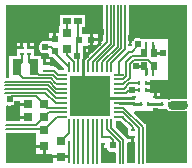
<source format=gtl>
G04*
G04 #@! TF.GenerationSoftware,Altium Limited,Altium Designer,19.0.15 (446)*
G04*
G04 Layer_Physical_Order=1*
G04 Layer_Color=255*
%FSLAX24Y24*%
%MOIN*%
G70*
G01*
G75*
%ADD13C,0.0079*%
%ADD14C,0.0059*%
%ADD16R,0.0106X0.0118*%
%ADD17R,0.0118X0.0106*%
%ADD18R,0.0217X0.0256*%
%ADD19R,0.0236X0.0197*%
%ADD20R,0.0256X0.0197*%
%ADD21R,0.0315X0.0295*%
%ADD22R,0.0295X0.0551*%
%ADD23R,0.0295X0.0315*%
%ADD24R,0.0315X0.0315*%
%ADD25R,0.0197X0.0236*%
%ADD26R,0.1378X0.1378*%
%ADD27O,0.0079X0.0335*%
%ADD28O,0.0335X0.0079*%
%ADD43C,0.0090*%
%ADD44C,0.0100*%
%ADD45C,0.0065*%
%ADD46C,0.0315*%
%ADD47C,0.0240*%
G36*
X431Y1844D02*
X297Y1710D01*
X247Y1731D01*
Y1826D01*
X79D01*
Y1678D01*
X194D01*
X215Y1628D01*
X-171Y1242D01*
X-174Y1238D01*
X-198Y1238D01*
X-206Y1244D01*
X-235Y1281D01*
X-231Y1296D01*
X-230Y1325D01*
X-231Y1354D01*
X-237Y1382D01*
X-240Y1391D01*
X-218Y1432D01*
X-206Y1441D01*
X-70D01*
Y1550D01*
X-223D01*
Y1650D01*
X-70D01*
Y1678D01*
X-21D01*
Y1876D01*
Y2074D01*
X-264D01*
Y2282D01*
X-176D01*
Y2679D01*
X-1006D01*
Y2324D01*
X-1045D01*
Y2108D01*
X-1131D01*
Y1890D01*
X-1181D01*
Y1840D01*
X-1418D01*
X-1430Y1834D01*
X-1439Y1837D01*
X-1467Y1843D01*
X-1496Y1844D01*
X-1525Y1843D01*
X-1553Y1837D01*
X-1580Y1828D01*
X-1606Y1815D01*
X-1630Y1799D01*
X-1652Y1780D01*
X-1671Y1758D01*
X-1687Y1734D01*
X-1700Y1708D01*
X-1709Y1681D01*
X-1715Y1653D01*
X-1717Y1624D01*
X-1715Y1595D01*
X-1709Y1567D01*
X-1700Y1540D01*
X-1687Y1514D01*
X-1671Y1490D01*
X-1652Y1468D01*
X-1630Y1449D01*
X-1606Y1433D01*
X-1580Y1420D01*
X-1553Y1411D01*
X-1525Y1405D01*
X-1496Y1404D01*
X-1467Y1405D01*
X-1439Y1411D01*
X-1430Y1414D01*
X-1389Y1392D01*
X-1380Y1380D01*
Y1278D01*
X-1239D01*
X-860Y898D01*
X-876Y848D01*
X-1024D01*
X-1117Y941D01*
X-1134Y956D01*
X-1153Y967D01*
X-1173Y975D01*
X-1194Y981D01*
X-1216Y982D01*
X-1357D01*
Y1017D01*
X-1516D01*
Y1067D01*
X-1566D01*
Y1220D01*
X-1632D01*
Y1320D01*
X-1888D01*
Y1558D01*
X-2047D01*
Y1608D01*
X-2097D01*
Y1761D01*
X-2233D01*
Y1608D01*
X-2283D01*
Y1558D01*
X-2443D01*
Y1320D01*
X-2698D01*
Y593D01*
X-2822D01*
Y3019D01*
X431D01*
Y1844D01*
D02*
G37*
G36*
X3216Y-108D02*
X3097D01*
X3091Y-108D01*
X2717D01*
X2689Y-110D01*
X2663Y-115D01*
X2637Y-124D01*
X2613Y-136D01*
X2611Y-137D01*
X2561Y-116D01*
Y-116D01*
X2324D01*
Y-95D01*
X2165D01*
Y-45D01*
X2115D01*
Y108D01*
X2006D01*
X2006Y135D01*
X1852D01*
Y235D01*
X2005D01*
Y256D01*
X2005D01*
Y365D01*
X1852D01*
Y465D01*
X2005D01*
Y525D01*
X2590D01*
X2590Y1905D01*
X1702D01*
X1700Y1906D01*
X1674Y1919D01*
X1647Y1928D01*
X1619Y1934D01*
X1590Y1936D01*
X1561Y1934D01*
X1533Y1928D01*
X1506Y1919D01*
X1480Y1906D01*
X1478Y1905D01*
X1403D01*
Y1850D01*
X1389D01*
Y1804D01*
X1386Y1799D01*
X1377Y1772D01*
X1371Y1744D01*
X1370Y1715D01*
X1371Y1697D01*
X1289D01*
Y1850D01*
X1282D01*
Y3019D01*
X3216D01*
Y-108D01*
D02*
G37*
G36*
X-2324Y-226D02*
X-2077D01*
Y-326D01*
X-2324D01*
Y-533D01*
X-2324D01*
Y-659D01*
X-2077D01*
Y-759D01*
X-2324D01*
Y-825D01*
X-2815D01*
X-2822Y-818D01*
Y-341D01*
X-2822Y-340D01*
X-2772Y-311D01*
X-2771Y-312D01*
X-2744Y-321D01*
X-2716Y-327D01*
X-2687Y-329D01*
X-2658Y-327D01*
X-2630Y-321D01*
X-2603Y-312D01*
X-2577Y-299D01*
X-2553Y-283D01*
X-2531Y-264D01*
X-2512Y-242D01*
X-2496Y-219D01*
X-2483Y-193D01*
X-2474Y-165D01*
X-2473Y-159D01*
X-2324D01*
Y-226D01*
D02*
G37*
G36*
X1258Y-1092D02*
Y-1391D01*
X1208Y-1405D01*
X1207Y-1404D01*
X1194Y-1389D01*
X848Y-1043D01*
Y-848D01*
X1015D01*
X1258Y-1092D01*
D02*
G37*
G36*
X2254Y-435D02*
X2548D01*
X2552Y-441D01*
X2570Y-461D01*
X2590Y-479D01*
X2613Y-494D01*
X2637Y-506D01*
X2663Y-515D01*
X2689Y-520D01*
X2717Y-522D01*
X3091D01*
X3097Y-522D01*
X3216D01*
Y-2232D01*
X1874D01*
Y-1032D01*
X1872Y-1012D01*
X1868Y-992D01*
X1860Y-973D01*
X1849Y-955D01*
X1836Y-940D01*
X1464Y-568D01*
X1483Y-522D01*
X2077D01*
Y-423D01*
X2254D01*
Y-435D01*
D02*
G37*
G36*
X1467Y-1525D02*
X1496D01*
Y-2232D01*
X1232D01*
Y-1564D01*
X1258Y-1525D01*
X1367D01*
Y-1372D01*
X1467D01*
Y-1525D01*
D02*
G37*
G36*
X473Y-1761D02*
X556D01*
X557Y-1764D01*
X573Y-1788D01*
X592Y-1809D01*
X614Y-1828D01*
X638Y-1844D01*
X664Y-1857D01*
X691Y-1866D01*
X719Y-1872D01*
X748Y-1874D01*
X777Y-1872D01*
X805Y-1866D01*
X854Y-1899D01*
Y-2232D01*
X366D01*
Y-1761D01*
X373D01*
Y-1608D01*
X473D01*
Y-1761D01*
D02*
G37*
G36*
X-1793Y-1385D02*
X-1793Y-1399D01*
Y-1435D01*
X-1793Y-1449D01*
Y-1633D01*
X-1535D01*
Y-1683D01*
X-1485D01*
Y-1931D01*
X-1292D01*
X-1278Y-1931D01*
X-1242Y-1964D01*
Y-1987D01*
X-727D01*
Y-1790D01*
X-727D01*
Y-1754D01*
X-727D01*
Y-1494D01*
X-726Y-1494D01*
X-676Y-1520D01*
Y-2232D01*
X-727D01*
Y-2087D01*
X-1242D01*
Y-2232D01*
X-2822D01*
Y-1249D01*
X-2815Y-1242D01*
X-1793D01*
Y-1385D01*
D02*
G37*
%LPC*%
G36*
X-1231Y2108D02*
X-1380D01*
Y1940D01*
X-1231D01*
Y2108D01*
D02*
G37*
G36*
X247Y2074D02*
X79D01*
Y1926D01*
X247D01*
Y2074D01*
D02*
G37*
G36*
X-1888Y1761D02*
X-1997D01*
Y1658D01*
X-1888D01*
Y1761D01*
D02*
G37*
G36*
X-2333D02*
X-2443D01*
Y1658D01*
X-2333D01*
Y1761D01*
D02*
G37*
G36*
X-1357Y1220D02*
X-1466D01*
Y1117D01*
X-1357D01*
Y1220D01*
D02*
G37*
G36*
X2215Y108D02*
Y5D01*
X2324D01*
Y108D01*
X2215D01*
D02*
G37*
G36*
X-1585Y-1733D02*
X-1793D01*
Y-1931D01*
X-1585D01*
Y-1733D01*
D02*
G37*
%LPD*%
D13*
X945Y79D02*
X1179D01*
X1277Y1472D02*
X1339D01*
X945Y1140D02*
X1277Y1472D01*
X945Y709D02*
Y1140D01*
Y236D02*
X1129D01*
X1308Y414D02*
X1620D01*
X1129Y236D02*
X1308Y414D01*
X1377Y1472D02*
X1600Y1695D01*
X1339Y1472D02*
X1377Y1472D01*
X1285Y185D02*
X1628D01*
X1179Y79D02*
X1285Y185D01*
X-404Y1876D02*
Y2480D01*
X-450Y1325D02*
Y1790D01*
X-394Y1847D01*
X-364Y1876D01*
X-447Y1328D02*
X-424Y1305D01*
X-394Y945D02*
Y1305D01*
X-424D02*
X-394D01*
X394Y-1354D02*
Y-945D01*
X423Y-1384D02*
X658D01*
X394Y-1354D02*
X423Y-1384D01*
X-1309Y1624D02*
X-1181Y1496D01*
X-1496Y1624D02*
X-1309D01*
X-404Y2480D02*
X-394Y2470D01*
X-787Y2470D02*
X-778Y2480D01*
X-787Y2077D02*
Y2470D01*
Y1346D02*
Y1545D01*
Y1346D02*
X-551Y1110D01*
Y945D02*
Y1110D01*
X-1181Y1417D02*
Y1496D01*
Y1417D02*
X-709Y945D01*
X1073Y-709D02*
X1417Y-1053D01*
Y-1148D02*
Y-1053D01*
X945Y-709D02*
X1073D01*
X748Y-1654D02*
Y-1474D01*
X658Y-1384D02*
X748Y-1474D01*
X-1516Y843D02*
X-1216D01*
X-1082Y709D01*
X-945D01*
X-2598Y-20D02*
X-1801D01*
X-2687Y-108D02*
X-2598Y-20D01*
X-2815Y-1102D02*
X-1585D01*
X-1535Y-1152D01*
X-2815Y-965D02*
X-1801D01*
X-1545Y-709D01*
X-984Y-1506D02*
X-709Y-1230D01*
Y-945D01*
X-1535Y-1152D02*
X-1093Y-709D01*
X-945D01*
X-1545Y-709D02*
X-1388Y-551D01*
X-945D01*
X-1801Y-20D02*
X-1545Y-276D01*
X-1427Y-394D01*
X-945D01*
D14*
X1106D02*
X1744Y-1032D01*
Y-2244D02*
Y-1032D01*
X945Y-394D02*
X1106D01*
X1096Y-551D02*
X1626Y-1081D01*
Y-2244D02*
Y-1081D01*
X945Y-551D02*
X1096D01*
X945Y394D02*
X1106D01*
X1096Y551D02*
X1201Y656D01*
X945Y551D02*
X1096D01*
X1106Y394D02*
X1319Y607D01*
X2137Y1006D02*
X2137Y979D01*
X1938Y1205D02*
X2137Y1006D01*
X1458Y1205D02*
X1938D01*
X2082Y715D02*
Y924D01*
X2137Y979D01*
X1858Y1487D02*
Y1715D01*
X1803Y1431D02*
X1858Y1487D01*
X1694Y1323D02*
X1803Y1431D01*
X1409Y1323D02*
X1694D01*
X1319Y607D02*
Y1066D01*
X1458Y1205D01*
X1201Y1115D02*
X1409Y1323D01*
X1201Y656D02*
Y1115D01*
X236Y-2234D02*
Y-945D01*
X551Y-1096D02*
X984Y-1529D01*
X709Y-1087D02*
X1102Y-1480D01*
X984Y-2244D02*
Y-1529D01*
X1102Y-2244D02*
Y-1480D01*
X709Y-1087D02*
Y-945D01*
X551Y-1096D02*
Y-945D01*
X79Y-2234D02*
Y-945D01*
X-79Y-2234D02*
Y-945D01*
X-236Y-2234D02*
Y-945D01*
X1152Y1545D02*
Y3022D01*
X709Y1102D02*
X1152Y1545D01*
X1033Y1594D02*
Y3022D01*
X551Y1112D02*
X1033Y1594D01*
X551Y945D02*
Y1112D01*
X915Y1643D02*
Y3022D01*
X394Y1121D02*
X915Y1643D01*
X394Y945D02*
Y1121D01*
X797Y1692D02*
Y3022D01*
X236Y1131D02*
X797Y1692D01*
X236Y945D02*
Y1131D01*
X679Y1741D02*
Y3022D01*
X79Y1141D02*
X679Y1741D01*
X561Y1790D02*
Y3022D01*
X-79Y1150D02*
X561Y1790D01*
X709Y945D02*
Y1102D01*
X79Y945D02*
Y1141D01*
X-79Y945D02*
Y1150D01*
X-2234Y581D02*
X-1303D01*
X-2451Y797D02*
Y945D01*
Y797D02*
X-2234Y581D01*
X-1880Y856D02*
Y945D01*
Y856D02*
X-1722Y699D01*
X-2047Y1112D02*
X-1880Y945D01*
X-2451D02*
X-2283Y1112D01*
Y1384D01*
X-2047Y1112D02*
Y1384D01*
X-1722Y699D02*
X-1254D01*
X-1181Y626D02*
X-1106Y551D01*
X-1254Y699D02*
X-1182Y626D01*
X-1181D01*
X-1161Y440D02*
X-1115Y394D01*
X-1303Y581D02*
X-1162Y440D01*
X-1161D01*
X-1164Y276D02*
X-1125Y236D01*
X-2825Y344D02*
X-1401D01*
X-2825Y226D02*
X-1450D01*
X-2825Y108D02*
X-1499D01*
X-2825Y463D02*
X-1352D01*
X-1165Y276D01*
X-1164D01*
X-1135Y79D02*
X-945D01*
X-1401Y344D02*
X-1135Y79D01*
X-1450Y226D02*
X-1145Y-79D01*
X-1499Y108D02*
X-1154Y-236D01*
X-1106Y551D02*
X-945D01*
X-1115Y394D02*
X-945D01*
X-1125Y236D02*
X-945D01*
X-1145Y-79D02*
X-945D01*
X-1154Y-236D02*
X-945D01*
D16*
X1852Y185D02*
D03*
X1628D02*
D03*
X1852Y415D02*
D03*
X1628D02*
D03*
X1858Y715D02*
D03*
X2082D02*
D03*
X2082Y1715D02*
D03*
X1858D02*
D03*
X-447Y1600D02*
D03*
X-223D02*
D03*
X2408Y-276D02*
D03*
X2632D02*
D03*
X1699D02*
D03*
X1923D02*
D03*
D17*
X1339Y1697D02*
D03*
Y1472D02*
D03*
X423Y-1608D02*
D03*
Y-1384D02*
D03*
X1417Y-1372D02*
D03*
Y-1148D02*
D03*
X-1516Y1067D02*
D03*
Y843D02*
D03*
X1457Y-270D02*
D03*
Y-45D02*
D03*
X-2283Y1608D02*
D03*
Y1384D02*
D03*
X-2047Y1608D02*
D03*
Y1384D02*
D03*
X2165Y-270D02*
D03*
Y-45D02*
D03*
D18*
X1803Y979D02*
D03*
X2137D02*
D03*
Y1431D02*
D03*
X1803Y1431D02*
D03*
D19*
X29Y1876D02*
D03*
X-364D02*
D03*
D20*
X-778Y2480D02*
D03*
X-404D02*
D03*
D21*
X-787Y2077D02*
D03*
Y1545D02*
D03*
X-1535Y-1152D02*
D03*
Y-1683D02*
D03*
X-984Y-1506D02*
D03*
Y-2037D02*
D03*
D22*
X-1880Y945D02*
D03*
X-2451D02*
D03*
D23*
X-1545Y-276D02*
D03*
X-2077D02*
D03*
X-1545Y-709D02*
D03*
X-2077D02*
D03*
D24*
X3091Y-315D02*
D03*
D25*
X-1181Y1890D02*
D03*
Y1496D02*
D03*
D26*
X0Y0D02*
D03*
D27*
X-709Y945D02*
D03*
X-551D02*
D03*
X-394D02*
D03*
X-236D02*
D03*
X-79D02*
D03*
X79D02*
D03*
X236D02*
D03*
X394D02*
D03*
X551D02*
D03*
X709D02*
D03*
Y-945D02*
D03*
X551D02*
D03*
X394D02*
D03*
X236D02*
D03*
X79D02*
D03*
X-79D02*
D03*
X-236D02*
D03*
X-394D02*
D03*
X-551D02*
D03*
X-709D02*
D03*
D28*
X945Y709D02*
D03*
Y551D02*
D03*
Y394D02*
D03*
Y236D02*
D03*
Y79D02*
D03*
Y-79D02*
D03*
Y-236D02*
D03*
Y-394D02*
D03*
Y-551D02*
D03*
Y-709D02*
D03*
X-945D02*
D03*
Y-551D02*
D03*
Y-394D02*
D03*
Y-236D02*
D03*
Y-79D02*
D03*
Y79D02*
D03*
Y236D02*
D03*
Y394D02*
D03*
Y551D02*
D03*
Y709D02*
D03*
D43*
X1530Y979D02*
X1803D01*
X1858Y715D02*
Y924D01*
X1803Y979D02*
X1858Y924D01*
X2082Y1487D02*
X2137Y1431D01*
X2082Y1487D02*
Y1695D01*
X2137Y1431D02*
X2410Y1431D01*
X32Y1495D02*
X312Y1775D01*
X-148Y1325D02*
Y1437D01*
X-203Y1418D02*
Y1600D01*
Y1418D02*
X-150Y1365D01*
X-236Y185D02*
Y1236D01*
X-148Y1325D01*
X1923Y-276D02*
X2408D01*
X1459D02*
X1699D01*
X1453Y-270D02*
X1459Y-276D01*
X1420Y-236D02*
X1453Y-270D01*
X1420Y-79D02*
X1453Y-45D01*
X305Y-79D02*
X1420D01*
X965Y-236D02*
X1420D01*
D44*
X1140Y-1250D02*
X1262Y-1372D01*
X1417D01*
D45*
X-551Y-945D02*
X-543Y-953D01*
X-402Y-954D02*
X-394Y-945D01*
X-551D02*
Y-906D01*
X-543Y-2234D02*
Y-953D01*
X-402Y-2234D02*
Y-954D01*
D46*
X2717Y-315D02*
X3091D01*
D47*
X-1370Y-2110D02*
D03*
X1360D02*
D03*
X1760Y-641D02*
D03*
X2440Y0D02*
D03*
X2120Y405D02*
D03*
X1368Y1939D02*
D03*
X1400Y196D02*
D03*
X1590Y1715D02*
D03*
X1530Y979D02*
D03*
X2410Y1431D02*
D03*
X-150Y1375D02*
D03*
X-450Y1325D02*
D03*
X3091Y1939D02*
D03*
X1998Y-1348D02*
D03*
X3091Y-2106D02*
D03*
X2254Y2894D02*
D03*
X2697Y30D02*
D03*
Y-659D02*
D03*
X-1496Y1624D02*
D03*
X3091Y-1348D02*
D03*
X1998Y-2106D02*
D03*
X1063Y-1063D02*
D03*
X1367Y-1634D02*
D03*
X472Y-1850D02*
D03*
X728Y-2106D02*
D03*
X748Y-1654D02*
D03*
X-2687Y-108D02*
D03*
X3091Y-659D02*
D03*
X2203Y-657D02*
D03*
X3091Y30D02*
D03*
X433Y-433D02*
D03*
X0D02*
D03*
X-433D02*
D03*
X433Y0D02*
D03*
X0D02*
D03*
X-433D02*
D03*
X433Y433D02*
D03*
X0D02*
D03*
X-433D02*
D03*
X3091Y2894D02*
D03*
X1407D02*
D03*
X-1526Y1319D02*
D03*
X-2697Y2894D02*
D03*
X-1220D02*
D03*
X305D02*
D03*
X-1909Y-1526D02*
D03*
X-2697Y-1555D02*
D03*
Y1437D02*
D03*
X3100Y1043D02*
D03*
X-2697Y-2106D02*
D03*
X-2402Y1929D02*
D03*
X-2087D02*
D03*
X-2431Y-709D02*
D03*
X-2431Y-276D02*
D03*
X-1220Y2244D02*
D03*
X39Y2451D02*
D03*
X344Y2126D02*
D03*
M02*

</source>
